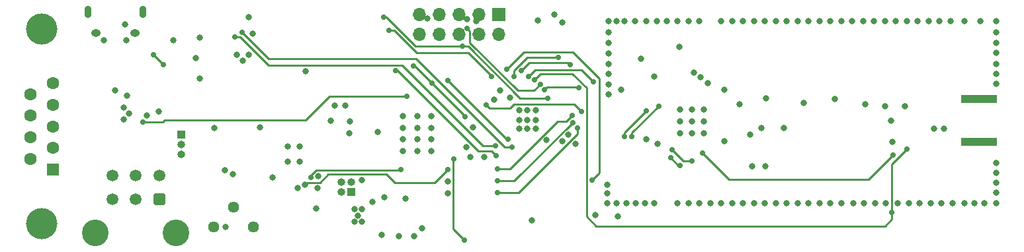
<source format=gbr>
%TF.GenerationSoftware,KiCad,Pcbnew,7.0.5*%
%TF.CreationDate,2023-07-23T12:45:18-06:00*%
%TF.ProjectId,CAN-USB RF Module,43414e2d-5553-4422-9052-46204d6f6475,rev?*%
%TF.SameCoordinates,Original*%
%TF.FileFunction,Copper,L4,Bot*%
%TF.FilePolarity,Positive*%
%FSLAX46Y46*%
G04 Gerber Fmt 4.6, Leading zero omitted, Abs format (unit mm)*
G04 Created by KiCad (PCBNEW 7.0.5) date 2023-07-23 12:45:18*
%MOMM*%
%LPD*%
G01*
G04 APERTURE LIST*
G04 Aperture macros list*
%AMRoundRect*
0 Rectangle with rounded corners*
0 $1 Rounding radius*
0 $2 $3 $4 $5 $6 $7 $8 $9 X,Y pos of 4 corners*
0 Add a 4 corners polygon primitive as box body*
4,1,4,$2,$3,$4,$5,$6,$7,$8,$9,$2,$3,0*
0 Add four circle primitives for the rounded corners*
1,1,$1+$1,$2,$3*
1,1,$1+$1,$4,$5*
1,1,$1+$1,$6,$7*
1,1,$1+$1,$8,$9*
0 Add four rect primitives between the rounded corners*
20,1,$1+$1,$2,$3,$4,$5,0*
20,1,$1+$1,$4,$5,$6,$7,0*
20,1,$1+$1,$6,$7,$8,$9,0*
20,1,$1+$1,$8,$9,$2,$3,0*%
G04 Aperture macros list end*
%TA.AperFunction,ComponentPad*%
%ADD10R,1.000000X1.000000*%
%TD*%
%TA.AperFunction,ComponentPad*%
%ADD11O,1.000000X1.000000*%
%TD*%
%TA.AperFunction,ComponentPad*%
%ADD12C,4.000000*%
%TD*%
%TA.AperFunction,ComponentPad*%
%ADD13R,1.600000X1.600000*%
%TD*%
%TA.AperFunction,ComponentPad*%
%ADD14C,1.600000*%
%TD*%
%TA.AperFunction,ComponentPad*%
%ADD15O,0.890000X1.550000*%
%TD*%
%TA.AperFunction,ComponentPad*%
%ADD16O,1.250000X0.950000*%
%TD*%
%TA.AperFunction,ComponentPad*%
%ADD17RoundRect,0.250001X0.499999X0.499999X-0.499999X0.499999X-0.499999X-0.499999X0.499999X-0.499999X0*%
%TD*%
%TA.AperFunction,ComponentPad*%
%ADD18C,1.500000*%
%TD*%
%TA.AperFunction,ComponentPad*%
%ADD19C,3.410000*%
%TD*%
%TA.AperFunction,SMDPad,CuDef*%
%ADD20R,4.560000X1.000000*%
%TD*%
%TA.AperFunction,ComponentPad*%
%ADD21C,1.440000*%
%TD*%
%TA.AperFunction,ComponentPad*%
%ADD22R,1.700000X1.700000*%
%TD*%
%TA.AperFunction,ComponentPad*%
%ADD23O,1.700000X1.700000*%
%TD*%
%TA.AperFunction,ViaPad*%
%ADD24C,0.800000*%
%TD*%
%TA.AperFunction,ViaPad*%
%ADD25C,0.700000*%
%TD*%
%TA.AperFunction,Conductor*%
%ADD26C,0.250000*%
%TD*%
%TA.AperFunction,Conductor*%
%ADD27C,0.267200*%
%TD*%
G04 APERTURE END LIST*
D10*
%TO.P,J1,1,Pin_1*%
%TO.N,+5V*%
X110010000Y-110687000D03*
D11*
%TO.P,J1,2,Pin_2*%
%TO.N,/Power Regulator/5V*%
X108740000Y-110687000D03*
%TO.P,J1,3,Pin_3*%
%TO.N,/Power Regulator/12V*%
X110010000Y-109417000D03*
%TO.P,J1,4,Pin_4*%
%TO.N,/Power Regulator/FUSE_OUT*%
X108740000Y-109417000D03*
%TD*%
D12*
%TO.P,J7,0*%
%TO.N,N/C*%
X70381000Y-89771000D03*
X70381000Y-114771000D03*
D13*
%TO.P,J7,1,Pin_1*%
%TO.N,unconnected-(J7-Pin_1-Pad1)*%
X71801000Y-107811000D03*
D14*
%TO.P,J7,2,Pin_2*%
%TO.N,/CAN Tranciever/CD-*%
X71801000Y-105041000D03*
%TO.P,J7,3,Pin_3*%
%TO.N,unconnected-(J7-Pin_3-Pad3)*%
X71801000Y-102271000D03*
%TO.P,J7,4,Pin_4*%
%TO.N,unconnected-(J7-Pin_4-Pad4)*%
X71801000Y-99501000D03*
%TO.P,J7,5,Pin_5*%
%TO.N,unconnected-(J7-Pin_5-Pad5)*%
X71801000Y-96731000D03*
%TO.P,J7,6,Pin_6*%
%TO.N,unconnected-(J7-Pin_6-Pad6)*%
X68961000Y-106426000D03*
%TO.P,J7,7,Pin_7*%
%TO.N,/CAN Tranciever/CD+*%
X68961000Y-103656000D03*
%TO.P,J7,8,Pin_8*%
%TO.N,unconnected-(J7-Pin_8-Pad8)*%
X68961000Y-100886000D03*
%TO.P,J7,9,Pin_9*%
%TO.N,unconnected-(J7-Pin_9-Pad9)*%
X68961000Y-98116000D03*
%TD*%
D15*
%TO.P,J2,6,Shield*%
%TO.N,unconnected-(J2-Shield-Pad6)*%
X83296000Y-87597000D03*
D16*
X82296000Y-90297000D03*
X77296000Y-90297000D03*
D15*
X76296000Y-87597000D03*
%TD*%
D17*
%TO.P,J6,1,Pin_1*%
%TO.N,+12V*%
X85423000Y-111585000D03*
D18*
%TO.P,J6,2,Pin_2*%
%TO.N,GND*%
X82423000Y-111585000D03*
%TO.P,J6,3,Pin_3*%
%TO.N,unconnected-(J6-Pin_3-Pad3)*%
X79423000Y-111585000D03*
%TO.P,J6,4,Pin_4*%
%TO.N,+12V*%
X85423000Y-108585000D03*
%TO.P,J6,5,Pin_5*%
%TO.N,GND*%
X82423000Y-108585000D03*
%TO.P,J6,6,Pin_6*%
%TO.N,unconnected-(J6-Pin_6-Pad6)*%
X79423000Y-108585000D03*
D19*
%TO.P,J6,MP*%
%TO.N,N/C*%
X87573000Y-115905000D03*
X77273000Y-115905000D03*
%TD*%
D20*
%TO.P,J3,2,Ext*%
%TO.N,GND*%
X190359500Y-104240250D03*
X190359500Y-98700250D03*
%TD*%
D21*
%TO.P,RV1,1,1*%
%TO.N,unconnected-(RV1-Pad1)*%
X97437000Y-115132000D03*
%TO.P,RV1,2,2*%
%TO.N,Net-(R24-Pad2)*%
X94897000Y-112592000D03*
%TO.P,RV1,3,3*%
%TO.N,GND*%
X92357000Y-115132000D03*
%TD*%
D22*
%TO.P,J5,1,Pin_1*%
%TO.N,+3V3*%
X128905000Y-87884000D03*
D23*
%TO.P,J5,2,Pin_2*%
%TO.N,/DEBUG_SWDIO*%
X128905000Y-90424000D03*
%TO.P,J5,3,Pin_3*%
%TO.N,GND*%
X126365000Y-87884000D03*
%TO.P,J5,4,Pin_4*%
%TO.N,/DEBUG_SWCLK*%
X126365000Y-90424000D03*
%TO.P,J5,5,Pin_5*%
%TO.N,GND*%
X123825000Y-87884000D03*
%TO.P,J5,6,Pin_6*%
%TO.N,/DEBUG_SWO*%
X123825000Y-90424000D03*
%TO.P,J5,7,Pin_7*%
%TO.N,unconnected-(J5-Pin_7-Pad7)*%
X121285000Y-87884000D03*
%TO.P,J5,8,Pin_8*%
%TO.N,unconnected-(J5-Pin_8-Pad8)*%
X121285000Y-90424000D03*
%TO.P,J5,9,Pin_9*%
%TO.N,GND*%
X118745000Y-87884000D03*
%TO.P,J5,10,Pin_10*%
%TO.N,/NRST*%
X118745000Y-90424000D03*
%TD*%
D10*
%TO.P,JP2,1,A*%
%TO.N,VBUS_UP*%
X88265000Y-103321000D03*
D11*
%TO.P,JP2,2,C*%
%TO.N,/Power Regulator/FUSE_IN*%
X88265000Y-104591000D03*
%TO.P,JP2,3,B*%
%TO.N,+12V*%
X88265000Y-105861000D03*
%TD*%
D24*
%TO.N,GND*%
X142922600Y-88773000D03*
X94869000Y-108401000D03*
X116586000Y-105410000D03*
X125603000Y-102362000D03*
X90124000Y-93487500D03*
X154559000Y-112141000D03*
X152066600Y-101615000D03*
X142795600Y-110871000D03*
X186944000Y-112141000D03*
X147621600Y-112141000D03*
X182499000Y-88773000D03*
X101854000Y-106750000D03*
X175802600Y-99387000D03*
X175514000Y-88773000D03*
X118491000Y-102489000D03*
X142748000Y-109728000D03*
X113411000Y-102997000D03*
X158750000Y-112141000D03*
X144573600Y-97536000D03*
X120269000Y-102489000D03*
X154682800Y-95925400D03*
X155956000Y-112141000D03*
X174244000Y-112141000D03*
X103378000Y-106750000D03*
X151995600Y-92075000D03*
X90632000Y-90881500D03*
X105649000Y-110179000D03*
X161544000Y-112141000D03*
X147113600Y-93599000D03*
X135005210Y-104020062D03*
X161309600Y-107401600D03*
X137033000Y-88900000D03*
X92456000Y-102432000D03*
X153895400Y-95392000D03*
X172720000Y-112141000D03*
X154559000Y-88773000D03*
X171323000Y-112141000D03*
X192532000Y-108204000D03*
X116586000Y-103886000D03*
X109728000Y-103124000D03*
X116586000Y-102489000D03*
X175641000Y-112141000D03*
X111350506Y-112850688D03*
X185547000Y-112141000D03*
X188515600Y-88773000D03*
X192532000Y-96774000D03*
X153162000Y-112141000D03*
X124841000Y-88519000D03*
X161544000Y-88773000D03*
X101854000Y-104845000D03*
X190500000Y-88773000D03*
X129032000Y-97663000D03*
X192532000Y-90170000D03*
X186690000Y-88773000D03*
X178308000Y-88773000D03*
X178330800Y-99654600D03*
X78359000Y-91186000D03*
X131476500Y-100175000D03*
X81534000Y-100584000D03*
X142922600Y-94234000D03*
X131476500Y-102588000D03*
X155114600Y-103139000D03*
X96139000Y-93853000D03*
X157353000Y-88773000D03*
X120269000Y-103886000D03*
X185293000Y-88773000D03*
X153162000Y-88773000D03*
X122329000Y-110814000D03*
X105791000Y-108655000D03*
X116586000Y-100965000D03*
X192532000Y-109474000D03*
X142922600Y-96853400D03*
X176911000Y-88773000D03*
X163102600Y-98625000D03*
X85344000Y-100367000D03*
X93853000Y-107893000D03*
X146431000Y-112141000D03*
X145208600Y-112141000D03*
X147748600Y-88773000D03*
X143938600Y-88773000D03*
X118491000Y-105410000D03*
X164338000Y-112141000D03*
X160147000Y-112141000D03*
X179104600Y-101546000D03*
X155114600Y-100091000D03*
X155114600Y-101615000D03*
X188468000Y-112141000D03*
X142922600Y-92916400D03*
X145002200Y-88773000D03*
X142922600Y-91567000D03*
X182753000Y-112141000D03*
X119055101Y-115359000D03*
X152066600Y-100091000D03*
X109254845Y-99625547D03*
X164338000Y-88773000D03*
X178435000Y-112141000D03*
X189738000Y-112141000D03*
X148764600Y-112141000D03*
X96901000Y-88265000D03*
X132520500Y-101445000D03*
X185820600Y-102575600D03*
X168529000Y-88773000D03*
X157781600Y-97551000D03*
X90632000Y-96088500D03*
X192532000Y-91567000D03*
X122329000Y-109290000D03*
X167928600Y-99260000D03*
X179959000Y-112141000D03*
X142922600Y-98171000D03*
X158750000Y-88773000D03*
X171865600Y-98752000D03*
X116078000Y-116332000D03*
X162941000Y-88773000D03*
X131496500Y-101420500D03*
X125984000Y-88773000D03*
X93881000Y-115132000D03*
X162467600Y-102435000D03*
X133635500Y-102588000D03*
X147748600Y-103901000D03*
X181356000Y-112141000D03*
X118039101Y-116375000D03*
X153590600Y-101615000D03*
X105504499Y-112807001D03*
X165735000Y-88773000D03*
X174117000Y-88773000D03*
X120269000Y-105410000D03*
X136017000Y-87884000D03*
X132492500Y-102588000D03*
X153590600Y-103139000D03*
X179705000Y-88773000D03*
X114221997Y-111390999D03*
X120269000Y-100965000D03*
X127000000Y-106172000D03*
X119761000Y-88392000D03*
X184150000Y-112141000D03*
X169926000Y-88773000D03*
X118491000Y-103886000D03*
X80899000Y-101346000D03*
X151765000Y-112141000D03*
X95377000Y-93091000D03*
X192532000Y-88773000D03*
X172720000Y-88773000D03*
X80899000Y-99822000D03*
X137795000Y-103312213D03*
X177038000Y-112141000D03*
X160147000Y-88773000D03*
X165735000Y-112141000D03*
X81280000Y-98298000D03*
X159673600Y-99387000D03*
X152066600Y-103139000D03*
X192532000Y-110744000D03*
X157353000Y-112141000D03*
X103378000Y-104845000D03*
X161070600Y-103324000D03*
X111346499Y-114521001D03*
X130302000Y-98561500D03*
X133635500Y-100175000D03*
X183896000Y-88773000D03*
X171323000Y-88773000D03*
X192532000Y-92837000D03*
X191008000Y-112141000D03*
X142922600Y-95504000D03*
X125222000Y-106172000D03*
X153590600Y-100091000D03*
X179231600Y-104213000D03*
X110429999Y-114521001D03*
X99949000Y-108782000D03*
X192579600Y-106934000D03*
X118491000Y-100965000D03*
X149145600Y-88773000D03*
X142922600Y-90170000D03*
X146351600Y-88773000D03*
X138684000Y-104521000D03*
X169926000Y-112141000D03*
X165388600Y-102435000D03*
X96901000Y-93091000D03*
X192532000Y-112141000D03*
X167132000Y-88773000D03*
X151765000Y-88773000D03*
X98298000Y-102419000D03*
X103109000Y-110179000D03*
X148764600Y-95885000D03*
X184550600Y-102588000D03*
X168529000Y-112141000D03*
X132492500Y-100175000D03*
X192532000Y-94234000D03*
X107343000Y-101543000D03*
X192532000Y-95504000D03*
X181102000Y-88773000D03*
X162960600Y-107401600D03*
X143938600Y-112141000D03*
X142795600Y-112141000D03*
X110429999Y-112870001D03*
X167132000Y-112141000D03*
X112715999Y-111981001D03*
X133655500Y-101420500D03*
X162941000Y-112141000D03*
X107889963Y-99569936D03*
X150415600Y-88773000D03*
X110859399Y-113718000D03*
D25*
%TO.N,/NRST*%
X124567250Y-100984750D03*
X124460000Y-116840000D03*
X123152500Y-106426000D03*
X117983000Y-94488000D03*
X120332500Y-96710500D03*
D24*
%TO.N,+3V3*%
X113919000Y-116205000D03*
X155609367Y-96704619D03*
X97409000Y-90373500D03*
X141224000Y-113665000D03*
X137003943Y-104151153D03*
X116967000Y-111506000D03*
X104140000Y-95199500D03*
X144145000Y-113792000D03*
X133096000Y-114300000D03*
X124742564Y-104939162D03*
X79756000Y-97663000D03*
X149225000Y-104521000D03*
X133858000Y-88646000D03*
X128253870Y-98843984D03*
X180867600Y-99654600D03*
X157734000Y-104140000D03*
%TO.N,+5V*%
X111379000Y-109125500D03*
X109855000Y-101600000D03*
X83820000Y-100890500D03*
D25*
%TO.N,/USB Interface/USB_D-*%
X85979000Y-94361000D03*
X84642100Y-93024100D03*
%TO.N,Net-(D8-K)*%
X122329000Y-107766000D03*
D24*
X104084185Y-109727377D03*
D25*
%TO.N,/BOOT0*%
X140792500Y-109132500D03*
X129921000Y-94908500D03*
%TO.N,/UART2_USB_CTS*%
X128484500Y-104735500D03*
X95123000Y-90812917D03*
%TO.N,/UART2_USB_RTS*%
X128524000Y-106045000D03*
X115697000Y-95099000D03*
%TO.N,/UART2_USB_TX*%
X122364500Y-96329500D03*
X130048000Y-103886000D03*
%TO.N,/UART2_USB_RX*%
X96011500Y-90170000D03*
X130556000Y-104902000D03*
%TO.N,/SPI1_MISO*%
X150923600Y-106314000D03*
X152053711Y-107254999D03*
%TO.N,/SPI1_MOSI*%
X153566100Y-106707100D03*
X151050600Y-105298000D03*
%TO.N,/DIO0*%
X145904487Y-103589310D03*
X149352000Y-99640500D03*
%TO.N,/DIO1*%
X145004985Y-103589501D03*
X147768306Y-100270306D03*
%TO.N,/CAN_TX*%
X117094000Y-98385500D03*
X83312000Y-101727000D03*
%TO.N,/SW_RXTX*%
X133468330Y-96290129D03*
X179199000Y-113284000D03*
X181121600Y-105156000D03*
%TO.N,/SX_RESET*%
X140970000Y-96520000D03*
X132682507Y-95852423D03*
%TO.N,/DIO2*%
X138056150Y-94299779D03*
X131748294Y-95135111D03*
%TO.N,/DIO3*%
X130834092Y-95883802D03*
X136525000Y-93432500D03*
%TO.N,/LoRa Tranciever/RXTX_SX*%
X179364856Y-105958856D03*
X154915100Y-105664000D03*
%TO.N,/DEBUG_SWO*%
X124841000Y-89662000D03*
X134185085Y-96833606D03*
%TO.N,/DEBUG_SWCLK*%
X114173000Y-88265000D03*
X124206000Y-91941146D03*
X135128000Y-98611500D03*
%TO.N,/DEBUG_SWDIO*%
X114862642Y-89960808D03*
X127919358Y-95854642D03*
%TO.N,/Power Regulator/FUSE_IN*%
X104849755Y-108779947D03*
X116360000Y-107766000D03*
D24*
%TO.N,VBUS_UP*%
X81198317Y-91205128D03*
X87249000Y-91186000D03*
X81026000Y-89154000D03*
D25*
%TO.N,Net-(U1-PA10)*%
X138291580Y-100861737D03*
X128717500Y-107696000D03*
%TO.N,Net-(U1-PA9)*%
X128717500Y-109220000D03*
X138336135Y-101760135D03*
%TO.N,Net-(U1-PA8)*%
X138938000Y-102489000D03*
X128717500Y-110744000D03*
%TO.N,/DIO4*%
X139152500Y-97312702D03*
X134747000Y-97536000D03*
%TO.N,/DIO5*%
X139443500Y-100330000D03*
X127260169Y-99528500D03*
%TD*%
D26*
%TO.N,/NRST*%
X118110000Y-94488000D02*
X117983000Y-94488000D01*
X123063000Y-106515500D02*
X123063000Y-115443000D01*
X123063000Y-115443000D02*
X124460000Y-116840000D01*
X120332500Y-96710500D02*
X124567250Y-100945250D01*
X120332500Y-96710500D02*
X118110000Y-94488000D01*
X123152500Y-106426000D02*
X123063000Y-106515500D01*
X124567250Y-100945250D02*
X124567250Y-100984750D01*
D27*
%TO.N,/USB Interface/USB_D-*%
X84642100Y-93024100D02*
X85979000Y-94361000D01*
D26*
%TO.N,Net-(D8-K)*%
X104356615Y-109454947D02*
X104084185Y-109727377D01*
X115556488Y-109454500D02*
X114502988Y-108401000D01*
X106016358Y-109454947D02*
X104356615Y-109454947D01*
X107070305Y-108401000D02*
X106016358Y-109454947D01*
X122329000Y-107766000D02*
X120640500Y-109454500D01*
X120640500Y-109454500D02*
X115556488Y-109454500D01*
X114502988Y-108401000D02*
X107070305Y-108401000D01*
%TO.N,/BOOT0*%
X138350500Y-92757500D02*
X132072000Y-92757500D01*
X141732000Y-108193000D02*
X141732000Y-96139000D01*
X141732000Y-96139000D02*
X138350500Y-92757500D01*
X140792500Y-109132500D02*
X141732000Y-108193000D01*
X132072000Y-92757500D02*
X129921000Y-94908500D01*
%TO.N,/UART2_USB_CTS*%
X95765917Y-90812917D02*
X99377500Y-94424500D01*
X95123000Y-90812917D02*
X95765917Y-90812917D01*
X126833500Y-104735500D02*
X128484500Y-104735500D01*
X116522500Y-94424500D02*
X126833500Y-104735500D01*
X99377500Y-94424500D02*
X116522500Y-94424500D01*
%TO.N,/UART2_USB_RTS*%
X115927000Y-95099000D02*
X126275000Y-105447000D01*
X127926000Y-105447000D02*
X128524000Y-106045000D01*
X115697000Y-95099000D02*
X115927000Y-95099000D01*
X126275000Y-105447000D02*
X127926000Y-105447000D01*
%TO.N,/UART2_USB_TX*%
X129921000Y-103886000D02*
X130048000Y-103886000D01*
X122364500Y-96329500D02*
X129921000Y-103886000D01*
%TO.N,/UART2_USB_RX*%
X118269798Y-93566202D02*
X129605595Y-104902000D01*
X99407702Y-93566202D02*
X118269798Y-93566202D01*
X129605595Y-104902000D02*
X130556000Y-104902000D01*
X96011500Y-90170000D02*
X99407702Y-93566202D01*
%TO.N,/SPI1_MISO*%
X152053711Y-107254999D02*
X151864599Y-107254999D01*
X151864599Y-107254999D02*
X150923600Y-106314000D01*
%TO.N,/SPI1_MOSI*%
X152459700Y-106707100D02*
X151050600Y-105298000D01*
X153566100Y-106707100D02*
X152459700Y-106707100D01*
%TO.N,/DIO0*%
X145904487Y-103088013D02*
X145904487Y-103589310D01*
X149352000Y-99640500D02*
X145904487Y-103088013D01*
%TO.N,/DIO1*%
X145004985Y-103033627D02*
X147768306Y-100270306D01*
X145004985Y-103589501D02*
X145004985Y-103033627D01*
%TO.N,/CAN_TX*%
X85852000Y-101727000D02*
X86106000Y-101473000D01*
X107227500Y-98385500D02*
X117094000Y-98385500D01*
X86106000Y-101473000D02*
X104140000Y-101473000D01*
X83312000Y-101727000D02*
X85852000Y-101727000D01*
X104140000Y-101473000D02*
X107227500Y-98385500D01*
%TO.N,/SW_RXTX*%
X140118000Y-113829000D02*
X141351000Y-115062000D01*
X178308000Y-115062000D02*
X179199000Y-114171000D01*
X179197000Y-107080600D02*
X181121600Y-105156000D01*
X140118000Y-97319000D02*
X140118000Y-113829000D01*
X141351000Y-115062000D02*
X178308000Y-115062000D01*
X179197000Y-113282000D02*
X179197000Y-107080600D01*
X134254459Y-95504000D02*
X138303000Y-95504000D01*
X138303000Y-95504000D02*
X140118000Y-97319000D01*
X133468330Y-96290129D02*
X134254459Y-95504000D01*
X179199000Y-114171000D02*
X179199000Y-113284000D01*
X179199000Y-113284000D02*
X179197000Y-113282000D01*
%TO.N,/SX_RESET*%
X140970000Y-96520000D02*
X139446000Y-94996000D01*
X139446000Y-94996000D02*
X133538930Y-94996000D01*
X133538930Y-94996000D02*
X132682507Y-95852423D01*
%TO.N,/DIO2*%
X138056150Y-94299779D02*
X137863371Y-94107000D01*
X132776405Y-94107000D02*
X131748294Y-95135111D01*
X137863371Y-94107000D02*
X132776405Y-94107000D01*
%TO.N,/DIO3*%
X132496310Y-93432500D02*
X130834092Y-95094718D01*
X136525000Y-93432500D02*
X132496310Y-93432500D01*
X130834092Y-95094718D02*
X130834092Y-95883802D01*
%TO.N,/LoRa Tranciever/RXTX_SX*%
X176230712Y-109093000D02*
X179364856Y-105958856D01*
X158344100Y-109093000D02*
X176230712Y-109093000D01*
X154915100Y-105664000D02*
X158344100Y-109093000D01*
%TO.N,/DEBUG_SWO*%
X125190000Y-90011000D02*
X125190000Y-91535000D01*
X125190000Y-91535000D02*
X131318000Y-97663000D01*
X131318000Y-97663000D02*
X133355691Y-97663000D01*
X124841000Y-89662000D02*
X125190000Y-90011000D01*
X133355691Y-97663000D02*
X134185085Y-96833606D01*
%TO.N,/DEBUG_SWCLK*%
X124206000Y-91941146D02*
X124959750Y-91941146D01*
X124206000Y-91941146D02*
X118172644Y-91941146D01*
X131630104Y-98611500D02*
X135128000Y-98611500D01*
X118172644Y-91941146D02*
X114496498Y-88265000D01*
X114496498Y-88265000D02*
X114173000Y-88265000D01*
X124959750Y-91941146D02*
X131630104Y-98611500D01*
%TO.N,/DEBUG_SWDIO*%
X114862642Y-89960808D02*
X115487808Y-89960808D01*
X115487808Y-89960808D02*
X118364000Y-92837000D01*
X114922450Y-89901000D02*
X114862642Y-89960808D01*
X118364000Y-92837000D02*
X124968000Y-92837000D01*
X127919358Y-95788358D02*
X124968000Y-92837000D01*
X127919358Y-95854642D02*
X127919358Y-95788358D01*
%TO.N,/Power Regulator/FUSE_IN*%
X104849755Y-108570940D02*
X104849755Y-108779947D01*
X116233000Y-107893000D02*
X105527695Y-107893000D01*
X105527695Y-107893000D02*
X104849755Y-108570940D01*
X116360000Y-107766000D02*
X116233000Y-107893000D01*
%TO.N,Net-(U1-PA10)*%
X138291580Y-100861737D02*
X138279938Y-100861737D01*
X137541675Y-101600000D02*
X136398000Y-101600000D01*
X138279938Y-100861737D02*
X137541675Y-101600000D01*
X136398000Y-101600000D02*
X130302000Y-107696000D01*
X130302000Y-107696000D02*
X128717500Y-107696000D01*
%TO.N,Net-(U1-PA9)*%
X130861908Y-109220000D02*
X128717500Y-109220000D01*
X138321773Y-101760135D02*
X130861908Y-109220000D01*
X138336135Y-101760135D02*
X138321773Y-101760135D01*
%TO.N,Net-(U1-PA8)*%
X131435695Y-110744000D02*
X128717500Y-110744000D01*
X138938000Y-103241695D02*
X131435695Y-110744000D01*
X138938000Y-102489000D02*
X138938000Y-103241695D01*
%TO.N,/DIO4*%
X134747000Y-97536000D02*
X135041000Y-97242000D01*
X139081798Y-97242000D02*
X139152500Y-97312702D01*
X135041000Y-97242000D02*
X139081798Y-97242000D01*
%TO.N,/DIO5*%
X138563500Y-99450000D02*
X139443500Y-100330000D01*
X127260169Y-99528500D02*
X127680669Y-99949000D01*
X130302000Y-99949000D02*
X130801000Y-99450000D01*
X127680669Y-99949000D02*
X130302000Y-99949000D01*
X130801000Y-99450000D02*
X138563500Y-99450000D01*
%TD*%
M02*

</source>
